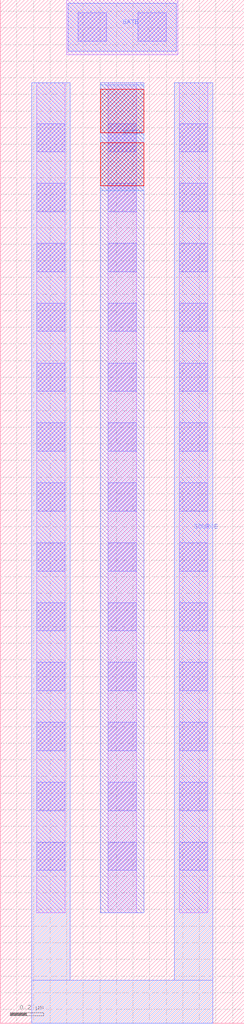
<source format=lef>
# Copyright 2020 The SkyWater PDK Authors
#
# Licensed under the Apache License, Version 2.0 (the "License");
# you may not use this file except in compliance with the License.
# You may obtain a copy of the License at
#
#     https://www.apache.org/licenses/LICENSE-2.0
#
# Unless required by applicable law or agreed to in writing, software
# distributed under the License is distributed on an "AS IS" BASIS,
# WITHOUT WARRANTIES OR CONDITIONS OF ANY KIND, either express or implied.
# See the License for the specific language governing permissions and
# limitations under the License.
#
# SPDX-License-Identifier: Apache-2.0

VERSION 5.7 ;
  NOWIREEXTENSIONATPIN ON ;
  DIVIDERCHAR "/" ;
  BUSBITCHARS "[]" ;
MACRO sky130_fd_pr__rf_pfet_01v8_aF02W5p00L0p15
  CLASS BLOCK ;
  FOREIGN sky130_fd_pr__rf_pfet_01v8_aF02W5p00L0p15 ;
  ORIGIN  0.000000  0.485000 ;
  SIZE  1.470000 BY  6.155000 ;
  PIN DRAIN
    ANTENNADIFFAREA  1.400000 ;
    PORT
      LAYER met2 ;
        RECT 0.605000 4.520000 0.865000 5.160000 ;
    END
  END DRAIN
  PIN GATE
    ANTENNAGATEAREA  1.500000 ;
    PORT
      LAYER met1 ;
        RECT 0.410000 5.360000 1.060000 5.650000 ;
    END
  END GATE
  PIN SOURCE
    ANTENNADIFFAREA  2.650000 ;
    PORT
      LAYER met1 ;
        RECT 0.190000 -0.485000 1.280000 -0.225000 ;
        RECT 0.190000 -0.225000 0.420000  5.170000 ;
        RECT 1.050000 -0.225000 1.280000  5.170000 ;
    END
  END SOURCE
  OBS
    LAYER li1 ;
      RECT 0.220000 0.180000 0.390000 5.170000 ;
      RECT 0.400000 5.340000 1.070000 5.670000 ;
      RECT 0.650000 0.180000 0.820000 5.170000 ;
      RECT 1.080000 0.180000 1.250000 5.170000 ;
    LAYER mcon ;
      RECT 0.220000 0.435000 0.390000 0.605000 ;
      RECT 0.220000 0.795000 0.390000 0.965000 ;
      RECT 0.220000 1.155000 0.390000 1.325000 ;
      RECT 0.220000 1.515000 0.390000 1.685000 ;
      RECT 0.220000 1.875000 0.390000 2.045000 ;
      RECT 0.220000 2.235000 0.390000 2.405000 ;
      RECT 0.220000 2.595000 0.390000 2.765000 ;
      RECT 0.220000 2.955000 0.390000 3.125000 ;
      RECT 0.220000 3.315000 0.390000 3.485000 ;
      RECT 0.220000 3.675000 0.390000 3.845000 ;
      RECT 0.220000 4.035000 0.390000 4.205000 ;
      RECT 0.220000 4.395000 0.390000 4.565000 ;
      RECT 0.220000 4.755000 0.390000 4.925000 ;
      RECT 0.470000 5.420000 0.640000 5.590000 ;
      RECT 0.650000 0.435000 0.820000 0.605000 ;
      RECT 0.650000 0.795000 0.820000 0.965000 ;
      RECT 0.650000 1.155000 0.820000 1.325000 ;
      RECT 0.650000 1.515000 0.820000 1.685000 ;
      RECT 0.650000 1.875000 0.820000 2.045000 ;
      RECT 0.650000 2.235000 0.820000 2.405000 ;
      RECT 0.650000 2.595000 0.820000 2.765000 ;
      RECT 0.650000 2.955000 0.820000 3.125000 ;
      RECT 0.650000 3.315000 0.820000 3.485000 ;
      RECT 0.650000 3.675000 0.820000 3.845000 ;
      RECT 0.650000 4.035000 0.820000 4.205000 ;
      RECT 0.650000 4.395000 0.820000 4.565000 ;
      RECT 0.650000 4.755000 0.820000 4.925000 ;
      RECT 0.830000 5.420000 1.000000 5.590000 ;
      RECT 1.080000 0.435000 1.250000 0.605000 ;
      RECT 1.080000 0.795000 1.250000 0.965000 ;
      RECT 1.080000 1.155000 1.250000 1.325000 ;
      RECT 1.080000 1.515000 1.250000 1.685000 ;
      RECT 1.080000 1.875000 1.250000 2.045000 ;
      RECT 1.080000 2.235000 1.250000 2.405000 ;
      RECT 1.080000 2.595000 1.250000 2.765000 ;
      RECT 1.080000 2.955000 1.250000 3.125000 ;
      RECT 1.080000 3.315000 1.250000 3.485000 ;
      RECT 1.080000 3.675000 1.250000 3.845000 ;
      RECT 1.080000 4.035000 1.250000 4.205000 ;
      RECT 1.080000 4.395000 1.250000 4.565000 ;
      RECT 1.080000 4.755000 1.250000 4.925000 ;
    LAYER met1 ;
      RECT 0.605000 0.180000 0.865000 5.170000 ;
    LAYER via ;
      RECT 0.605000 4.550000 0.865000 4.810000 ;
      RECT 0.605000 4.870000 0.865000 5.130000 ;
  END
END sky130_fd_pr__rf_pfet_01v8_aF02W5p00L0p15
END LIBRARY

</source>
